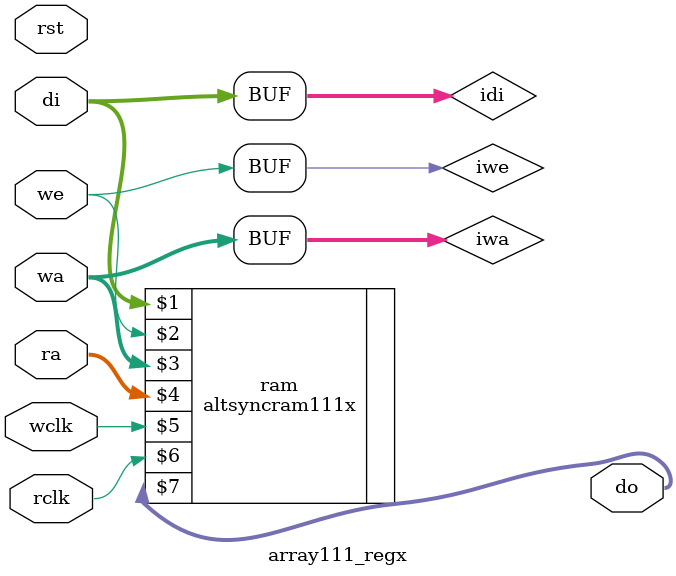
<source format=v>

(* keep_hierarchy = "yes" *) module array111_regx (rst,wclk,wa,we,di,rclk,ra,do);

parameter ADDRBIT = 9;
parameter DEPTH = 512;
parameter WIDTH = 32;
parameter TYPE = "AUTO";
parameter MAXDEPTH = 0;
parameter MEM_RESET = "OFF";
parameter RSTVAL = {WIDTH{1'b0}};
parameter NUMCLK= 1;// 1 is one clock domain, 2 is two clock domain

input               rst;
input               wclk;
input [ADDRBIT-1:0] wa;
input               we;
input [WIDTH-1:0]   di;
input               rclk;
input [ADDRBIT-1:0] ra;
output [WIDTH-1:0]  do;

reg [ADDRBIT-1:0]   cnt;

wire [ADDRBIT-1:0]  iwa;
wire                iwe;
wire [WIDTH-1:0]    idi;

generate
    if (MEM_RESET == "ON")
        begin: on_reset
always @(posedge wclk) cnt <= cnt + 1'b1;
assign iwa  = rst ? cnt : wa;
assign iwe  = rst ? 1'b1 : we;
assign idi  = rst ? {WIDTH{1'b0}} : di;
        end
    else
        begin: off_reset
assign iwa  = wa;
assign iwe  = we;
assign idi  = di;
        end
endgenerate

altsyncram111x #(ADDRBIT,DEPTH,WIDTH,TYPE,MAXDEPTH) ram(idi,iwe,iwa,ra,wclk,rclk,do);
endmodule
</source>
